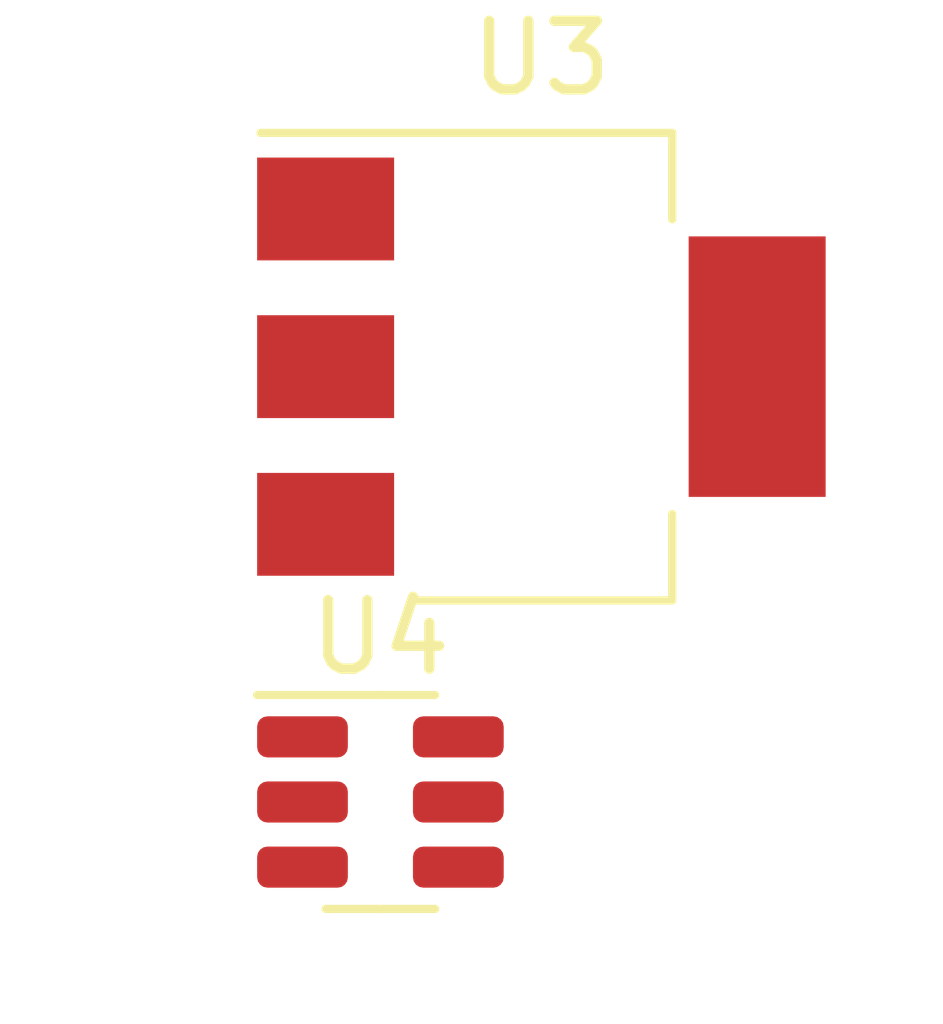
<source format=kicad_pcb>
(kicad_pcb (version 20221018) (generator pcbnew)
  (layers (0 "F.Cu" signal) (31 "B.Cu" signal) (34 "B.Paste" user) (35 "F.Paste" user) (36 "B.SilkS" user "B.Silkscreen") (37 "F.SilkS" user "F.Silkscreen") (38 "B.Mask" user) (39 "F.Mask" user) (44 "Edge.Cuts" user))
  (net 0 "")
  (net 1 "GND")
  (net 2 "3.3V_IN")
  (net 3 "+5V")
  (net 4 "Net-(J8-D-)")
  (net 5 "Net-(J8-D+)")
  (net 6 "Net-(R2-Pad1)")
  (net 7 "Net-(R3-Pad2)")
  (footprint "Package_TO_SOT_SMD:SOT-23-6" (layer "F.Cu") (at 150.6275 73.345)
    (fp_text reference "U4" (at 0 -2.4) (layer "F.SilkS"))
    (fp_text value "USBLC6-2SC6")
    (fp_line (start 0 -1.56) (end -1.8 -1.56) (stroke (width 0.12)) (layer "F.SilkS"))
    (fp_line (start 0 -1.56) (end 0.8 -1.56) (stroke (width 0.12)) (layer "F.SilkS"))
    (fp_line (start 0 1.56) (end -0.8 1.56) (stroke (width 0.12)) (layer "F.SilkS"))
    (fp_line (start 0 1.56) (end 0.8 1.56) (stroke (width 0.12)) (layer "F.SilkS"))
    (pad "1" smd roundrect (at -1.1375 -0.95) (size 1.325 0.6) (layers "F.Cu" "F.Paste" "F.Mask") (net 4 "Net-(J8-D-)"))
    (pad "2" smd roundrect (at -1.1375 0) (size 1.325 0.6) (layers "F.Cu" "F.Paste" "F.Mask") (net 1 "GND"))
    (pad "3" smd roundrect (at -1.1375 0.95) (size 1.325 0.6) (layers "F.Cu" "F.Paste" "F.Mask") (net 5 "Net-(J8-D+)"))
    (pad "4" smd roundrect (at 1.1375 0.95) (size 1.325 0.6) (layers "F.Cu" "F.Paste" "F.Mask") (net 6 "Net-(R2-Pad1)"))
    (pad "5" smd roundrect (at 1.1375 0) (size 1.325 0.6) (layers "F.Cu" "F.Paste" "F.Mask") (net 2 "3.3V_IN"))
    (pad "6" smd roundrect (at 1.1375 -0.95) (size 1.325 0.6) (layers "F.Cu" "F.Paste" "F.Mask") (net 7 "Net-(R3-Pad2)"))
  )
  (footprint "Package_TO_SOT_SMD:SOT-223-3_TabPin2" (layer "F.Cu") (at 152.9775 66.995)
    (fp_text reference "U3" (at 0 -4.5) (layer "F.SilkS"))
    (fp_text value "LM1117MP-3.3")
    (fp_line (start -4.1 -3.41) (end 1.91 -3.41) (stroke (width 0.12)) (layer "F.SilkS"))
    (fp_line (start -1.85 3.41) (end 1.91 3.41) (stroke (width 0.12)) (layer "F.SilkS"))
    (fp_line (start 1.91 -3.41) (end 1.91 -2.15) (stroke (width 0.12)) (layer "F.SilkS"))
    (fp_line (start 1.91 3.41) (end 1.91 2.15) (stroke (width 0.12)) (layer "F.SilkS"))
    (pad "1" smd rect (at -3.15 -2.3) (size 2 1.5) (layers "F.Cu" "F.Paste" "F.Mask") (net 1 "GND"))
    (pad "2" smd rect (at -3.15 0) (size 2 1.5) (layers "F.Cu" "F.Paste" "F.Mask") (net 2 "3.3V_IN"))
    (pad "2" smd rect (at 3.15 0) (size 2 3.8) (layers "F.Cu" "F.Paste" "F.Mask") (net 2 "3.3V_IN"))
    (pad "3" smd rect (at -3.15 2.3) (size 2 1.5) (layers "F.Cu" "F.Paste" "F.Mask") (net 3 "+5V"))
  )
)
</source>
